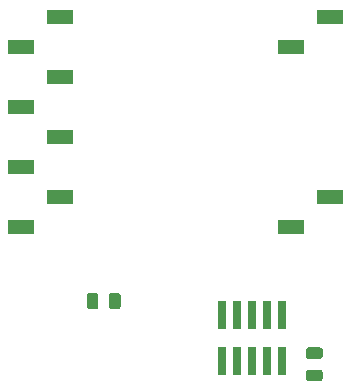
<source format=gbr>
G04 #@! TF.GenerationSoftware,KiCad,Pcbnew,5.1.5-52549c5~86~ubuntu16.04.1*
G04 #@! TF.CreationDate,2020-05-03T15:37:36+09:00*
G04 #@! TF.ProjectId,esp8266-cc2530,65737038-3236-4362-9d63-63323533302e,rev?*
G04 #@! TF.SameCoordinates,Original*
G04 #@! TF.FileFunction,Paste,Top*
G04 #@! TF.FilePolarity,Positive*
%FSLAX46Y46*%
G04 Gerber Fmt 4.6, Leading zero omitted, Abs format (unit mm)*
G04 Created by KiCad (PCBNEW 5.1.5-52549c5~86~ubuntu16.04.1) date 2020-05-03 15:37:36*
%MOMM*%
%LPD*%
G04 APERTURE LIST*
%ADD10R,2.200000X1.270000*%
%ADD11C,0.100000*%
%ADD12R,0.740000X2.400000*%
G04 APERTURE END LIST*
D10*
X95300000Y-45740000D03*
X92000000Y-48280000D03*
X69140000Y-48280000D03*
X69140000Y-43200000D03*
X69140000Y-38120000D03*
X72440000Y-45740000D03*
X72440000Y-40660000D03*
X72440000Y-35580000D03*
X92000000Y-33040000D03*
X95300000Y-30500000D03*
X69140000Y-33040000D03*
X72440000Y-30500000D03*
D11*
G36*
X94430142Y-60388674D02*
G01*
X94453803Y-60392184D01*
X94477007Y-60397996D01*
X94499529Y-60406054D01*
X94521153Y-60416282D01*
X94541670Y-60428579D01*
X94560883Y-60442829D01*
X94578607Y-60458893D01*
X94594671Y-60476617D01*
X94608921Y-60495830D01*
X94621218Y-60516347D01*
X94631446Y-60537971D01*
X94639504Y-60560493D01*
X94645316Y-60583697D01*
X94648826Y-60607358D01*
X94650000Y-60631250D01*
X94650000Y-61118750D01*
X94648826Y-61142642D01*
X94645316Y-61166303D01*
X94639504Y-61189507D01*
X94631446Y-61212029D01*
X94621218Y-61233653D01*
X94608921Y-61254170D01*
X94594671Y-61273383D01*
X94578607Y-61291107D01*
X94560883Y-61307171D01*
X94541670Y-61321421D01*
X94521153Y-61333718D01*
X94499529Y-61343946D01*
X94477007Y-61352004D01*
X94453803Y-61357816D01*
X94430142Y-61361326D01*
X94406250Y-61362500D01*
X93493750Y-61362500D01*
X93469858Y-61361326D01*
X93446197Y-61357816D01*
X93422993Y-61352004D01*
X93400471Y-61343946D01*
X93378847Y-61333718D01*
X93358330Y-61321421D01*
X93339117Y-61307171D01*
X93321393Y-61291107D01*
X93305329Y-61273383D01*
X93291079Y-61254170D01*
X93278782Y-61233653D01*
X93268554Y-61212029D01*
X93260496Y-61189507D01*
X93254684Y-61166303D01*
X93251174Y-61142642D01*
X93250000Y-61118750D01*
X93250000Y-60631250D01*
X93251174Y-60607358D01*
X93254684Y-60583697D01*
X93260496Y-60560493D01*
X93268554Y-60537971D01*
X93278782Y-60516347D01*
X93291079Y-60495830D01*
X93305329Y-60476617D01*
X93321393Y-60458893D01*
X93339117Y-60442829D01*
X93358330Y-60428579D01*
X93378847Y-60416282D01*
X93400471Y-60406054D01*
X93422993Y-60397996D01*
X93446197Y-60392184D01*
X93469858Y-60388674D01*
X93493750Y-60387500D01*
X94406250Y-60387500D01*
X94430142Y-60388674D01*
G37*
G36*
X94430142Y-58513674D02*
G01*
X94453803Y-58517184D01*
X94477007Y-58522996D01*
X94499529Y-58531054D01*
X94521153Y-58541282D01*
X94541670Y-58553579D01*
X94560883Y-58567829D01*
X94578607Y-58583893D01*
X94594671Y-58601617D01*
X94608921Y-58620830D01*
X94621218Y-58641347D01*
X94631446Y-58662971D01*
X94639504Y-58685493D01*
X94645316Y-58708697D01*
X94648826Y-58732358D01*
X94650000Y-58756250D01*
X94650000Y-59243750D01*
X94648826Y-59267642D01*
X94645316Y-59291303D01*
X94639504Y-59314507D01*
X94631446Y-59337029D01*
X94621218Y-59358653D01*
X94608921Y-59379170D01*
X94594671Y-59398383D01*
X94578607Y-59416107D01*
X94560883Y-59432171D01*
X94541670Y-59446421D01*
X94521153Y-59458718D01*
X94499529Y-59468946D01*
X94477007Y-59477004D01*
X94453803Y-59482816D01*
X94430142Y-59486326D01*
X94406250Y-59487500D01*
X93493750Y-59487500D01*
X93469858Y-59486326D01*
X93446197Y-59482816D01*
X93422993Y-59477004D01*
X93400471Y-59468946D01*
X93378847Y-59458718D01*
X93358330Y-59446421D01*
X93339117Y-59432171D01*
X93321393Y-59416107D01*
X93305329Y-59398383D01*
X93291079Y-59379170D01*
X93278782Y-59358653D01*
X93268554Y-59337029D01*
X93260496Y-59314507D01*
X93254684Y-59291303D01*
X93251174Y-59267642D01*
X93250000Y-59243750D01*
X93250000Y-58756250D01*
X93251174Y-58732358D01*
X93254684Y-58708697D01*
X93260496Y-58685493D01*
X93268554Y-58662971D01*
X93278782Y-58641347D01*
X93291079Y-58620830D01*
X93305329Y-58601617D01*
X93321393Y-58583893D01*
X93339117Y-58567829D01*
X93358330Y-58553579D01*
X93378847Y-58541282D01*
X93400471Y-58531054D01*
X93422993Y-58522996D01*
X93446197Y-58517184D01*
X93469858Y-58513674D01*
X93493750Y-58512500D01*
X94406250Y-58512500D01*
X94430142Y-58513674D01*
G37*
D12*
X91240000Y-55750000D03*
X91240000Y-59650000D03*
X89970000Y-55750000D03*
X89970000Y-59650000D03*
X88700000Y-55750000D03*
X88700000Y-59650000D03*
X87430000Y-55750000D03*
X87430000Y-59650000D03*
X86160000Y-55750000D03*
X86160000Y-59650000D03*
D11*
G36*
X75442642Y-53901174D02*
G01*
X75466303Y-53904684D01*
X75489507Y-53910496D01*
X75512029Y-53918554D01*
X75533653Y-53928782D01*
X75554170Y-53941079D01*
X75573383Y-53955329D01*
X75591107Y-53971393D01*
X75607171Y-53989117D01*
X75621421Y-54008330D01*
X75633718Y-54028847D01*
X75643946Y-54050471D01*
X75652004Y-54072993D01*
X75657816Y-54096197D01*
X75661326Y-54119858D01*
X75662500Y-54143750D01*
X75662500Y-55056250D01*
X75661326Y-55080142D01*
X75657816Y-55103803D01*
X75652004Y-55127007D01*
X75643946Y-55149529D01*
X75633718Y-55171153D01*
X75621421Y-55191670D01*
X75607171Y-55210883D01*
X75591107Y-55228607D01*
X75573383Y-55244671D01*
X75554170Y-55258921D01*
X75533653Y-55271218D01*
X75512029Y-55281446D01*
X75489507Y-55289504D01*
X75466303Y-55295316D01*
X75442642Y-55298826D01*
X75418750Y-55300000D01*
X74931250Y-55300000D01*
X74907358Y-55298826D01*
X74883697Y-55295316D01*
X74860493Y-55289504D01*
X74837971Y-55281446D01*
X74816347Y-55271218D01*
X74795830Y-55258921D01*
X74776617Y-55244671D01*
X74758893Y-55228607D01*
X74742829Y-55210883D01*
X74728579Y-55191670D01*
X74716282Y-55171153D01*
X74706054Y-55149529D01*
X74697996Y-55127007D01*
X74692184Y-55103803D01*
X74688674Y-55080142D01*
X74687500Y-55056250D01*
X74687500Y-54143750D01*
X74688674Y-54119858D01*
X74692184Y-54096197D01*
X74697996Y-54072993D01*
X74706054Y-54050471D01*
X74716282Y-54028847D01*
X74728579Y-54008330D01*
X74742829Y-53989117D01*
X74758893Y-53971393D01*
X74776617Y-53955329D01*
X74795830Y-53941079D01*
X74816347Y-53928782D01*
X74837971Y-53918554D01*
X74860493Y-53910496D01*
X74883697Y-53904684D01*
X74907358Y-53901174D01*
X74931250Y-53900000D01*
X75418750Y-53900000D01*
X75442642Y-53901174D01*
G37*
G36*
X77317642Y-53901174D02*
G01*
X77341303Y-53904684D01*
X77364507Y-53910496D01*
X77387029Y-53918554D01*
X77408653Y-53928782D01*
X77429170Y-53941079D01*
X77448383Y-53955329D01*
X77466107Y-53971393D01*
X77482171Y-53989117D01*
X77496421Y-54008330D01*
X77508718Y-54028847D01*
X77518946Y-54050471D01*
X77527004Y-54072993D01*
X77532816Y-54096197D01*
X77536326Y-54119858D01*
X77537500Y-54143750D01*
X77537500Y-55056250D01*
X77536326Y-55080142D01*
X77532816Y-55103803D01*
X77527004Y-55127007D01*
X77518946Y-55149529D01*
X77508718Y-55171153D01*
X77496421Y-55191670D01*
X77482171Y-55210883D01*
X77466107Y-55228607D01*
X77448383Y-55244671D01*
X77429170Y-55258921D01*
X77408653Y-55271218D01*
X77387029Y-55281446D01*
X77364507Y-55289504D01*
X77341303Y-55295316D01*
X77317642Y-55298826D01*
X77293750Y-55300000D01*
X76806250Y-55300000D01*
X76782358Y-55298826D01*
X76758697Y-55295316D01*
X76735493Y-55289504D01*
X76712971Y-55281446D01*
X76691347Y-55271218D01*
X76670830Y-55258921D01*
X76651617Y-55244671D01*
X76633893Y-55228607D01*
X76617829Y-55210883D01*
X76603579Y-55191670D01*
X76591282Y-55171153D01*
X76581054Y-55149529D01*
X76572996Y-55127007D01*
X76567184Y-55103803D01*
X76563674Y-55080142D01*
X76562500Y-55056250D01*
X76562500Y-54143750D01*
X76563674Y-54119858D01*
X76567184Y-54096197D01*
X76572996Y-54072993D01*
X76581054Y-54050471D01*
X76591282Y-54028847D01*
X76603579Y-54008330D01*
X76617829Y-53989117D01*
X76633893Y-53971393D01*
X76651617Y-53955329D01*
X76670830Y-53941079D01*
X76691347Y-53928782D01*
X76712971Y-53918554D01*
X76735493Y-53910496D01*
X76758697Y-53904684D01*
X76782358Y-53901174D01*
X76806250Y-53900000D01*
X77293750Y-53900000D01*
X77317642Y-53901174D01*
G37*
M02*

</source>
